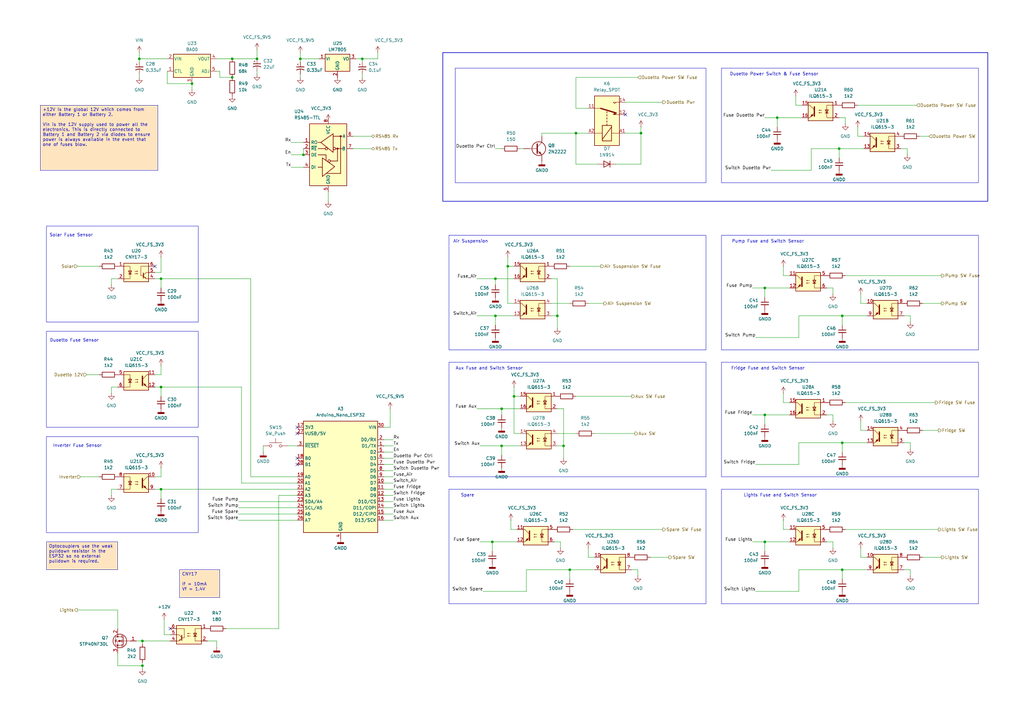
<source format=kicad_sch>
(kicad_sch (version 20250114) (generator "eeschema") (generator_version "9.0")
  (paper "A3")
  (rectangle (start 184.15 200.66) (end 289.56 247.65))
  (rectangle (start 181.61 21.59) (end 405.13 82.55) (stroke (width 0.254)))
  (rectangle (start 295.91 27.94) (end 401.32 74.93))
  (rectangle (start 295.91 148.59) (end 401.32 195.58))
  (rectangle (start 295.91 96.52) (end 401.32 143.51))
  (rectangle (start 186.69 27.94) (end 289.56 74.93))
  (rectangle (start 19.05 179.07) (end 81.28 218.44))
  (rectangle (start 19.05 135.89) (end 81.28 175.26))
  (rectangle (start 295.91 200.66) (end 401.32 247.65))
  (rectangle (start 184.15 96.52) (end 289.56 143.51))
  (rectangle (start 184.15 148.59) (end 289.56 195.58))
  (rectangle (start 19.05 92.71) (end 81.28 132.08))
  (text "Spare" (at 191.77 203.2 0) (effects (font (size 1.27 1.27))))
  (text "Aux Fuse and Switch Sensor" (at 200.66 151.13 0) (effects (font (size 1.27 1.27))))
  (text "Fridge Fuse and Switch Sensor" (at 314.96 151.13 0) (effects (font (size 1.27 1.27))))
  (text "Solar Fuse Sensor" (at 29.21 96.52 0) (effects (font (size 1.27 1.27))))
  (text "Inverter Fuse Sensor" (at 31.75 182.88 0) (effects (font (size 1.27 1.27))))
  (text "Pump Fuse and Switch Sensor" (at 314.96 99.06 0) (effects (font (size 1.27 1.27))))
  (text "Air Suspension" (at 193.04 99.06 0) (effects (font (size 1.27 1.27))))
  (text "Lights Fuse and Switch Sensor" (at 320.04 203.2 0) (effects (font (size 1.27 1.27))))
  (text "Duoetto Power Switch & Fuse Sensor" (at 317.5 30.48 0) (effects (font (size 1.27 1.27))))
  (text "Duoetto Fuse Sensor" (at 30.48 139.7 0) (effects (font (size 1.27 1.27))))
  (text_box "CNY17\n\nIf = 10mA\nVf = 1.4V" (at 73.66 233.68 0) (size 16.51 11.43) (margins 0.9525 0.9525 0.9525 0.9525) (fill (type color) (color 255 229 191 1)) (effects (font (size 1.27 1.27)) (justify left top)))
  (text_box "+12V is the global 12V which comes from either Battery 1 or Battery 2.\n\nVin is the 12V supply used to power all the electronics. This is directly connected to Battery 1 and Battery 2 via diodes to ensure power is always available in the event that one of fuses blow." (at 16.51 43.18 0) (size 48.26 26.67) (margins 0.9525 0.9525 0.9525 0.9525) (fill (type color) (color 255 229 191 1)) (effects (font (size 1.27 1.27)) (justify left top)))
  (text_box "Optocouplers use the weak pulldown resistor in the ESP32 so no external pulldown is required." (at 19.05 222.25 0) (size 29.21 11.43) (margins 0.9525 0.9525 0.9525 0.9525) (fill (type color) (color 255 229 191 1)) (effects (font (size 1.27 1.27)) (justify left top)))
  (junction (at 57.15 24.13))
  (junction (at 228.6 129.54))
  (junction (at 344.17 60.96))
  (junction (at 78.74 34.29))
  (junction (at 345.44 181.61))
  (junction (at 66.04 158.75))
  (junction (at 318.77 48.26))
  (junction (at 205.74 167.64))
  (junction (at 233.68 233.68))
  (junction (at 95.25 31.75))
  (junction (at 58.42 273.05))
  (junction (at 123.19 24.13))
  (junction (at 95.25 24.13))
  (junction (at 313.69 170.18))
  (junction (at 231.14 182.88))
  (junction (at 124.46 63.5))
  (junction (at 203.2 129.54))
  (junction (at 105.41 24.13))
  (junction (at 345.44 233.68))
  (junction (at 313.69 118.11))
  (junction (at 345.44 129.54))
  (junction (at 236.22 54.61))
  (junction (at 262.89 54.61))
  (junction (at 58.42 262.89))
  (junction (at 210.82 162.56))
  (junction (at 203.2 114.3))
  (junction (at 148.59 24.13))
  (junction (at 313.69 222.25))
  (junction (at 201.93 222.25))
  (junction (at 208.28 109.22))
  (junction (at 66.04 114.3))
  (junction (at 205.74 182.88))
  (junction (at 66.04 200.66))
  (no_connect (at 256.54 46.99))
  (no_connect (at 63.5 109.22))
  (no_connect (at 121.92 177.8))
  (no_connect (at 121.92 187.96))
  (no_connect (at 121.92 175.26))
  (no_connect (at 69.85 257.81))
  (no_connect (at 121.92 190.5))
  (wire (pts (xy 161.29 205.74) (xy 157.48 205.74)))
  (wire (pts (xy 351.79 43.18) (xy 375.92 43.18)))
  (wire (pts (xy 97.79 208.28) (xy 121.92 208.28)))
  (wire (pts (xy 332.74 60.96) (xy 332.74 69.85)))
  (wire (pts (xy 215.9 233.68) (xy 215.9 242.57)))
  (wire (pts (xy 161.29 187.96) (xy 157.48 187.96)))
  (wire (pts (xy 210.82 158.75) (xy 210.82 162.56)))
  (wire (pts (xy 58.42 271.78) (xy 58.42 273.05)))
  (wire (pts (xy 233.68 237.49) (xy 233.68 233.68)))
  (wire (pts (xy 161.29 182.88) (xy 157.48 182.88)))
  (wire (pts (xy 327.66 233.68) (xy 327.66 242.57)))
  (wire (pts (xy 66.04 149.86) (xy 66.04 153.67)))
  (wire (pts (xy 210.82 162.56) (xy 213.36 162.56)))
  (wire (pts (xy 226.06 114.3) (xy 228.6 114.3)))
  (wire (pts (xy 313.69 226.06) (xy 313.69 222.25)))
  (wire (pts (xy 161.29 200.66) (xy 157.48 200.66)))
  (wire (pts (xy 228.6 177.8) (xy 236.22 177.8)))
  (wire (pts (xy 57.15 24.13) (xy 68.58 24.13)))
  (wire (pts (xy 351.79 52.07) (xy 351.79 55.88)))
  (wire (pts (xy 97.79 210.82) (xy 121.92 210.82)))
  (wire (pts (xy 378.46 124.46) (xy 386.08 124.46)))
  (wire (pts (xy 124.46 60.96) (xy 124.46 63.5)))
  (wire (pts (xy 259.08 233.68) (xy 261.62 233.68)))
  (wire (pts (xy 228.6 182.88) (xy 231.14 182.88)))
  (wire (pts (xy 236.22 162.56) (xy 259.08 162.56)))
  (wire (pts (xy 57.15 30.48) (xy 57.15 31.75)))
  (wire (pts (xy 99.06 198.12) (xy 99.06 158.75)))
  (wire (pts (xy 233.68 233.68) (xy 243.84 233.68)))
  (wire (pts (xy 203.2 129.54) (xy 203.2 133.35)))
  (wire (pts (xy 45.72 114.3) (xy 45.72 116.84)))
  (wire (pts (xy 66.04 200.66) (xy 63.5 200.66)))
  (wire (pts (xy 196.85 222.25) (xy 201.93 222.25)))
  (wire (pts (xy 205.74 170.18) (xy 205.74 167.64)))
  (wire (pts (xy 236.22 31.75) (xy 236.22 44.45)))
  (wire (pts (xy 58.42 274.32) (xy 58.42 273.05)))
  (wire (pts (xy 195.58 129.54) (xy 203.2 129.54)))
  (wire (pts (xy 66.04 114.3) (xy 63.5 114.3)))
  (wire (pts (xy 35.56 153.67) (xy 40.64 153.67)))
  (wire (pts (xy 341.63 222.25) (xy 341.63 224.79)))
  (wire (pts (xy 215.9 233.68) (xy 233.68 233.68)))
  (wire (pts (xy 123.19 24.13) (xy 130.81 24.13)))
  (wire (pts (xy 344.17 48.26) (xy 346.71 48.26)))
  (wire (pts (xy 66.04 200.66) (xy 66.04 204.47)))
  (wire (pts (xy 58.42 264.16) (xy 58.42 262.89)))
  (wire (pts (xy 107.95 182.88) (xy 107.95 185.42)))
  (wire (pts (xy 228.6 114.3) (xy 228.6 129.54)))
  (wire (pts (xy 146.05 24.13) (xy 148.59 24.13)))
  (wire (pts (xy 57.15 21.59) (xy 57.15 24.13)))
  (wire (pts (xy 345.44 129.54) (xy 355.6 129.54)))
  (wire (pts (xy 88.9 265.43) (xy 88.9 262.89)))
  (wire (pts (xy 236.22 54.61) (xy 236.22 67.31)))
  (wire (pts (xy 68.58 29.21) (xy 68.58 34.29)))
  (wire (pts (xy 313.69 121.92) (xy 313.69 118.11)))
  (wire (pts (xy 161.29 203.2) (xy 157.48 203.2)))
  (wire (pts (xy 105.41 29.21) (xy 105.41 30.48)))
  (wire (pts (xy 154.94 24.13) (xy 154.94 21.59)))
  (wire (pts (xy 339.09 222.25) (xy 341.63 222.25)))
  (wire (pts (xy 209.55 213.36) (xy 209.55 217.17)))
  (wire (pts (xy 78.74 36.83) (xy 78.74 34.29)))
  (wire (pts (xy 327.66 129.54) (xy 345.44 129.54)))
  (wire (pts (xy 327.66 242.57) (xy 309.88 242.57)))
  (wire (pts (xy 344.17 60.96) (xy 354.33 60.96)))
  (wire (pts (xy 160.02 175.26) (xy 157.48 175.26)))
  (wire (pts (xy 66.04 158.75) (xy 99.06 158.75)))
  (wire (pts (xy 99.06 198.12) (xy 121.92 198.12)))
  (wire (pts (xy 353.06 124.46) (xy 355.6 124.46)))
  (wire (pts (xy 48.26 200.66) (xy 45.72 200.66)))
  (wire (pts (xy 260.35 177.8) (xy 243.84 177.8)))
  (wire (pts (xy 45.72 200.66) (xy 45.72 203.2)))
  (wire (pts (xy 201.93 222.25) (xy 212.09 222.25)))
  (wire (pts (xy 341.63 170.18) (xy 341.63 172.72)))
  (wire (pts (xy 241.3 224.79) (xy 241.3 228.6)))
  (wire (pts (xy 326.39 39.37) (xy 326.39 43.18)))
  (wire (pts (xy 346.71 48.26) (xy 346.71 50.8)))
  (wire (pts (xy 321.31 161.29) (xy 321.31 165.1)))
  (wire (pts (xy 48.26 158.75) (xy 45.72 158.75)))
  (wire (pts (xy 88.9 24.13) (xy 95.25 24.13)))
  (wire (pts (xy 222.25 54.61) (xy 236.22 54.61)))
  (wire (pts (xy 88.9 262.89) (xy 85.09 262.89)))
  (wire (pts (xy 161.29 190.5) (xy 157.48 190.5)))
  (wire (pts (xy 227.33 222.25) (xy 229.87 222.25)))
  (wire (pts (xy 66.04 118.11) (xy 66.04 114.3)))
  (wire (pts (xy 262.89 54.61) (xy 262.89 67.31)))
  (wire (pts (xy 67.31 260.35) (xy 69.85 260.35)))
  (wire (pts (xy 321.31 109.22) (xy 321.31 113.03)))
  (wire (pts (xy 161.29 208.28) (xy 157.48 208.28)))
  (wire (pts (xy 313.69 48.26) (xy 318.77 48.26)))
  (wire (pts (xy 121.92 203.2) (xy 114.3 203.2)))
  (wire (pts (xy 201.93 226.06) (xy 201.93 222.25)))
  (wire (pts (xy 66.04 153.67) (xy 63.5 153.67)))
  (wire (pts (xy 123.19 25.4) (xy 123.19 24.13)))
  (wire (pts (xy 209.55 217.17) (xy 212.09 217.17)))
  (wire (pts (xy 341.63 118.11) (xy 341.63 120.65)))
  (wire (pts (xy 205.74 60.96) (xy 203.2 60.96)))
  (wire (pts (xy 148.59 25.4) (xy 148.59 24.13)))
  (wire (pts (xy 231.14 167.64) (xy 231.14 182.88)))
  (wire (pts (xy 266.7 228.6) (xy 274.32 228.6)))
  (wire (pts (xy 66.04 111.76) (xy 63.5 111.76)))
  (wire (pts (xy 33.02 195.58) (xy 40.64 195.58)))
  (wire (pts (xy 144.78 55.88) (xy 152.4 55.88)))
  (wire (pts (xy 241.3 228.6) (xy 243.84 228.6)))
  (wire (pts (xy 346.71 165.1) (xy 383.54 165.1)))
  (wire (pts (xy 195.58 167.64) (xy 205.74 167.64)))
  (wire (pts (xy 321.31 165.1) (xy 323.85 165.1)))
  (wire (pts (xy 241.3 124.46) (xy 247.65 124.46)))
  (wire (pts (xy 123.19 21.59) (xy 123.19 24.13)))
  (wire (pts (xy 378.46 228.6) (xy 386.08 228.6)))
  (wire (pts (xy 67.31 254) (xy 67.31 260.35)))
  (wire (pts (xy 161.29 195.58) (xy 157.48 195.58)))
  (wire (pts (xy 228.6 167.64) (xy 231.14 167.64)))
  (wire (pts (xy 313.69 222.25) (xy 323.85 222.25)))
  (wire (pts (xy 114.3 203.2) (xy 114.3 257.81)))
  (wire (pts (xy 339.09 170.18) (xy 341.63 170.18)))
  (wire (pts (xy 66.04 162.56) (xy 66.04 158.75)))
  (wire (pts (xy 236.22 54.61) (xy 241.3 54.61)))
  (wire (pts (xy 261.62 233.68) (xy 261.62 236.22)))
  (wire (pts (xy 313.69 173.99) (xy 313.69 170.18)))
  (wire (pts (xy 345.44 233.68) (xy 355.6 233.68)))
  (wire (pts (xy 236.22 67.31) (xy 245.11 67.31)))
  (wire (pts (xy 134.62 48.26) (xy 134.62 49.53)))
  (wire (pts (xy 208.28 109.22) (xy 210.82 109.22)))
  (wire (pts (xy 48.26 267.97) (xy 48.26 273.05)))
  (wire (pts (xy 97.79 213.36) (xy 121.92 213.36)))
  (wire (pts (xy 205.74 167.64) (xy 213.36 167.64)))
  (wire (pts (xy 118.11 182.88) (xy 121.92 182.88)))
  (wire (pts (xy 256.54 41.91) (xy 271.78 41.91)))
  (wire (pts (xy 339.09 118.11) (xy 341.63 118.11)))
  (wire (pts (xy 378.46 176.53) (xy 384.81 176.53)))
  (wire (pts (xy 203.2 116.84) (xy 203.2 114.3)))
  (wire (pts (xy 48.26 250.19) (xy 48.26 257.81)))
  (wire (pts (xy 318.77 48.26) (xy 328.93 48.26)))
  (wire (pts (xy 345.44 181.61) (xy 355.6 181.61)))
  (wire (pts (xy 370.84 181.61) (xy 373.38 181.61)))
  (wire (pts (xy 231.14 182.88) (xy 231.14 187.96)))
  (wire (pts (xy 134.62 78.74) (xy 134.62 82.55)))
  (wire (pts (xy 196.85 182.88) (xy 205.74 182.88)))
  (wire (pts (xy 102.87 195.58) (xy 121.92 195.58)))
  (wire (pts (xy 144.78 60.96) (xy 152.4 60.96)))
  (wire (pts (xy 208.28 105.41) (xy 208.28 109.22)))
  (wire (pts (xy 226.06 124.46) (xy 233.68 124.46)))
  (wire (pts (xy 123.19 30.48) (xy 123.19 31.75)))
  (wire (pts (xy 157.48 198.12) (xy 161.29 198.12)))
  (wire (pts (xy 95.25 24.13) (xy 105.41 24.13)))
  (wire (pts (xy 327.66 181.61) (xy 327.66 190.5)))
  (wire (pts (xy 346.71 217.17) (xy 384.81 217.17)))
  (wire (pts (xy 327.66 233.68) (xy 345.44 233.68)))
  (wire (pts (xy 345.44 185.42) (xy 345.44 181.61)))
  (wire (pts (xy 124.46 63.5) (xy 119.38 63.5)))
  (wire (pts (xy 222.25 54.61) (xy 222.25 55.88)))
  (wire (pts (xy 210.82 162.56) (xy 210.82 177.8)))
  (wire (pts (xy 327.66 190.5) (xy 309.88 190.5)))
  (wire (pts (xy 370.84 233.68) (xy 373.38 233.68)))
  (wire (pts (xy 90.17 31.75) (xy 90.17 29.21)))
  (wire (pts (xy 262.89 67.31) (xy 252.73 67.31)))
  (wire (pts (xy 57.15 25.4) (xy 57.15 24.13)))
  (wire (pts (xy 195.58 114.3) (xy 203.2 114.3)))
  (wire (pts (xy 327.66 129.54) (xy 327.66 138.43)))
  (wire (pts (xy 321.31 113.03) (xy 323.85 113.03)))
  (wire (pts (xy 226.06 129.54) (xy 228.6 129.54)))
  (wire (pts (xy 256.54 54.61) (xy 262.89 54.61)))
  (wire (pts (xy 45.72 158.75) (xy 45.72 161.29)))
  (wire (pts (xy 205.74 182.88) (xy 205.74 186.69)))
  (wire (pts (xy 203.2 114.3) (xy 210.82 114.3)))
  (wire (pts (xy 161.29 193.04) (xy 157.48 193.04)))
  (wire (pts (xy 161.29 180.34) (xy 157.48 180.34)))
  (wire (pts (xy 321.31 217.17) (xy 323.85 217.17)))
  (wire (pts (xy 332.74 60.96) (xy 344.17 60.96)))
  (wire (pts (xy 327.66 138.43) (xy 309.88 138.43)))
  (wire (pts (xy 353.06 172.72) (xy 353.06 176.53)))
  (wire (pts (xy 233.68 109.22) (xy 246.38 109.22)))
  (wire (pts (xy 344.17 64.77) (xy 344.17 60.96)))
  (wire (pts (xy 313.69 118.11) (xy 323.85 118.11)))
  (wire (pts (xy 48.26 114.3) (xy 45.72 114.3)))
  (wire (pts (xy 345.44 237.49) (xy 345.44 233.68)))
  (wire (pts (xy 66.04 105.41) (xy 66.04 111.76)))
  (wire (pts (xy 124.46 58.42) (xy 119.38 58.42)))
  (wire (pts (xy 377.19 55.88) (xy 381 55.88)))
  (wire (pts (xy 66.04 191.77) (xy 66.04 195.58)))
  (wire (pts (xy 90.17 29.21) (xy 88.9 29.21)))
  (wire (pts (xy 353.06 228.6) (xy 355.6 228.6)))
  (wire (pts (xy 261.62 31.75) (xy 236.22 31.75)))
  (wire (pts (xy 55.88 262.89) (xy 58.42 262.89)))
  (wire (pts (xy 353.06 120.65) (xy 353.06 124.46)))
  (wire (pts (xy 205.74 182.88) (xy 213.36 182.88)))
  (wire (pts (xy 351.79 55.88) (xy 354.33 55.88)))
  (wire (pts (xy 228.6 129.54) (xy 228.6 134.62)))
  (wire (pts (xy 234.95 217.17) (xy 271.78 217.17)))
  (wire (pts (xy 161.29 185.42) (xy 157.48 185.42)))
  (wire (pts (xy 346.71 113.03) (xy 386.08 113.03)))
  (wire (pts (xy 148.59 30.48) (xy 148.59 31.75)))
  (wire (pts (xy 345.44 133.35) (xy 345.44 129.54)))
  (wire (pts (xy 161.29 213.36) (xy 157.48 213.36)))
  (wire (pts (xy 373.38 129.54) (xy 373.38 132.08)))
  (wire (pts (xy 102.87 195.58) (xy 102.87 114.3)))
  (wire (pts (xy 308.61 170.18) (xy 313.69 170.18)))
  (wire (pts (xy 373.38 233.68) (xy 373.38 236.22)))
  (wire (pts (xy 326.39 43.18) (xy 328.93 43.18)))
  (wire (pts (xy 327.66 181.61) (xy 345.44 181.61)))
  (wire (pts (xy 210.82 177.8) (xy 213.36 177.8)))
  (wire (pts (xy 373.38 181.61) (xy 373.38 184.15)))
  (wire (pts (xy 208.28 124.46) (xy 210.82 124.46)))
  (wire (pts (xy 215.9 242.57) (xy 198.12 242.57)))
  (wire (pts (xy 95.25 31.75) (xy 90.17 31.75)))
  (wire (pts (xy 318.77 52.07) (xy 318.77 48.26)))
  (wire (pts (xy 97.79 205.74) (xy 121.92 205.74)))
  (wire (pts (xy 308.61 222.25) (xy 313.69 222.25)))
  (wire (pts (xy 353.06 224.79) (xy 353.06 228.6)))
  (wire (pts (xy 48.26 273.05) (xy 58.42 273.05)))
  (wire (pts (xy 372.11 60.96) (xy 372.11 63.5)))
  (wire (pts (xy 124.46 68.58) (xy 119.38 68.58)))
  (wire (pts (xy 229.87 222.25) (xy 229.87 224.79)))
  (wire (pts (xy 369.57 60.96) (xy 372.11 60.96)))
  (wire (pts (xy 31.75 109.22) (xy 40.64 109.22)))
  (wire (pts (xy 58.42 262.89) (xy 69.85 262.89)))
  (wire (pts (xy 313.69 170.18) (xy 323.85 170.18)))
  (wire (pts (xy 105.41 20.32) (xy 105.41 24.13)))
  (wire (pts (xy 353.06 176.53) (xy 355.6 176.53)))
  (wire (pts (xy 48.26 250.19) (xy 31.75 250.19)))
  (wire (pts (xy 332.74 69.85) (xy 316.23 69.85)))
  (wire (pts (xy 262.89 52.07) (xy 262.89 54.61)))
  (wire (pts (xy 148.59 24.13) (xy 154.94 24.13)))
  (wire (pts (xy 208.28 109.22) (xy 208.28 124.46)))
  (wire (pts (xy 68.58 34.29) (xy 78.74 34.29)))
  (wire (pts (xy 321.31 213.36) (xy 321.31 217.17)))
  (wire (pts (xy 161.29 210.82) (xy 157.48 210.82)))
  (wire (pts (xy 66.04 195.58) (xy 63.5 195.58)))
  (wire (pts (xy 214.63 60.96) (xy 213.36 60.96)))
  (wire (pts (xy 102.87 114.3) (xy 66.04 114.3)))
  (wire (pts (xy 66.04 200.66) (xy 121.92 200.66)))
  (wire (pts (xy 203.2 129.54) (xy 210.82 129.54)))
  (wire (pts (xy 308.61 118.11) (xy 313.69 118.11)))
  (wire (pts (xy 92.71 257.81) (xy 114.3 257.81)))
  (wire (pts (xy 241.3 44.45) (xy 236.22 44.45)))
  (wire (pts (xy 160.02 167.64) (xy 160.02 175.26)))
  (wire (pts (xy 370.84 129.54) (xy 373.38 129.54)))
  (wire (pts (xy 66.04 158.75) (xy 63.5 158.75)))
  (label "Switch Lights" (at 161.29 208.28 0))
  (label "Switch Pump" (at 309.88 138.43 180))
  (label "Switch Fridge" (at 161.29 203.2 0))
  (label "Switch Lights" (at 309.88 242.57 180))
  (label "Fuse Spare" (at 97.79 210.82 180))
  (label "Fuse Duoetto Pwr" (at 313.69 48.26 180))
  (label "Switch_Air" (at 161.29 198.12 0))
  (label "Fuse Aux" (at 161.29 210.82 0))
  (label "Switch Duoetto Pwr" (at 316.23 69.85 180))
  (label "En" (at 119.38 63.5 180))
  (label "Fuse_Air" (at 161.29 195.58 0))
  (label "Switch Duoetto Pwr" (at 161.29 193.04 0))
  (label "Duoetto Pwr Ctrl" (at 203.2 60.96 180))
  (label "Fuse Lights" (at 161.29 205.74 0))
  (label "Tx" (at 161.29 182.88 0))
  (label "Switch Aux" (at 161.29 213.36 0))
  (label "Fuse Fridge" (at 308.61 170.18 180))
  (label "Switch Fridge" (at 309.88 190.5 180))
  (label "Fuse Duoetto Pwr" (at 161.29 190.5 0))
  (label "Rx" (at 161.29 180.34 0))
  (label "Switch Pump" (at 97.79 208.28 180))
  (label "Fuse Aux" (at 195.58 167.64 180))
  (label "Rx" (at 119.38 58.42 180))
  (label "Fuse Pump" (at 97.79 205.74 180))
  (label "Fuse Fridge" (at 161.29 200.66 0))
  (label "Tx" (at 119.38 68.58 180))
  (label "Fuse Lights" (at 308.61 222.25 180))
  (label "Fuse Spare" (at 196.85 222.25 180))
  (label "Switch Spare" (at 97.79 213.36 180))
  (label "Switch Spare" (at 198.12 242.57 180))
  (label "Duoetto Pwr Ctrl" (at 161.29 187.96 0))
  (label "Switch Aux" (at 196.85 182.88 180))
  (label "En" (at 161.29 185.42 0))
  (label "Switch_Air" (at 195.58 129.54 180))
  (label "Fuse Pump" (at 308.61 118.11 180))
  (label "Fuse_Air" (at 195.58 114.3 180))
  (hierarchical_label "Duoetto Power SW Fuse" (shape input) (at 375.92 43.18 0))
  (hierarchical_label "Air Suspension SW Fuse" (shape output) (at 246.38 109.22 0))
  (hierarchical_label "Fridge SW Fuse" (shape output) (at 383.54 165.1 0))
  (hierarchical_label "Spare SW" (shape output) (at 274.32 228.6 0))
  (hierarchical_label "RS485 Rx" (shape bidirectional) (at 152.4 55.88 0))
  (hierarchical_label "Fridge SW" (shape output) (at 384.81 176.53 0))
  (hierarchical_label "Duoetto 12V" (shape input) (at 35.56 153.67 180))
  (hierarchical_label "Pump SW Fuse" (shape output) (at 386.08 113.03 0))
  (hierarchical_label "Lights SW" (shape output) (at 386.08 228.6 0))
  (hierarchical_label "Air Suspension SW" (shape output) (at 247.65 124.46 0))
  (hierarchical_label "Aux SW Fuse" (shape output) (at 259.08 162.56 0))
  (hierarchical_label "Duoetto Pwr" (shape output) (at 271.78 41.91 0))
  (hierarchical_label "Spare SW Fuse" (shape output) (at 271.78 217.17 0))
  (hierarchical_label "Lights SW Fuse" (shape output) (at 384.81 217.17 0))
  (hierarchical_label "Aux SW" (shape output) (at 260.35 177.8 0))
  (hierarchical_label "RS485 Tx" (shape bidirectional) (at 152.4 60.96 0))
  (hierarchical_label "Pump SW" (shape output) (at 386.08 124.46 0))
  (hierarchical_label "Duoetto Power SW" (shape input) (at 381 55.88 0))
  (hierarchical_label "Duoetto Power SW Fuse" (shape input) (at 261.62 31.75 0))
  (hierarchical_label "Lights" (shape output) (at 31.75 250.19 180))
  (hierarchical_label "Inverter" (shape input) (at 33.02 195.58 180))
  (hierarchical_label "Solar" (shape input) (at 31.75 109.22 180))
  (symbol (lib_id "camper_van:ILQ615-3") (at 336.55 45.72 0) (mirror y) (unit 1)
    (property "Reference" "U21" (at 336.55 36.83 0))
    (property "Value" "ILQ615-3" (at 336.55 39.37 0))
    (property "Datasheet" "https://www.vishay.com/docs/83640/ild74.pdf" (effects (hide yes)))
    (property "Description" "Quad Optocoupler, NPN Phototransistor Output, TTL compatible, DIP16/SMD16" (effects (hide yes)))
  )
  (symbol (lib_id "power:GND") (at 105.41 30.48 0) (unit 1)
    (property "Reference" "#PWR0147" (effects (hide yes)))
    (property "Value" "GND" (at 105.41 35.56 0))
    (property "Description" "Power symbol creates a global label with name \"GND\" , ground" (effects (hide yes)))
  )
  (symbol (lib_id "Device:R") (at 347.98 43.18 90) (unit 1)
    (property "Reference" "R60" (at 347.98 36.83 90))
    (property "Value" "1k2" (at 347.98 39.37 90))
    (property "Description" "Resistor" (effects (hide yes)))
  )
  (symbol (lib_id "Switch:SW_Push") (at 113.03 182.88 0) (mirror y) (unit 1)
    (property "Reference" "SW15" (at 113.03 175.26 0))
    (property "Value" "SW_Push" (at 113.03 177.8 0))
    (property "Description" "Push button switch, generic, two pins" (effects (hide yes)))
  )
  (symbol (lib_id "power:GNDD") (at 222.25 66.04 0) (unit 1)
    (property "Reference" "#PWR0166" (effects (hide yes)))
    (property "Value" "GNDD" (at 222.25 69.85 0))
    (property "Description" "Power symbol creates a global label with name \"GNDD\" , digital ground" (effects (hide yes)))
  )
  (symbol (lib_id "power:GNDD") (at 203.2 121.92 0) (unit 1)
    (property "Reference" "#PWR0159" (effects (hide yes)))
    (property "Value" "GNDD" (at 203.2 125.73 0))
    (property "Description" "Power symbol creates a global label with name \"GNDD\" , digital ground" (effects (hide yes)))
  )
  (symbol (lib_id "Device:C_Small") (at 345.44 187.96 0) (mirror y) (unit 1)
    (property "Reference" "C47" (at 342.9 186.6962 0) (effects (justify left)))
    (property "Value" "100nF" (at 342.9 189.2362 0) (effects (justify left)))
    (property "Description" "Unpolarized capacitor, small symbol" (effects (hide yes)))
  )
  (symbol (lib_id "power:+5V") (at 353.06 224.79 0) (unit 1)
    (property "Reference" "#PWR0193" (effects (hide yes)))
    (property "Value" "VCC_FS_3V3" (at 351.79 219.71 0) (effects (justify left)))
    (property "Description" "Power symbol creates a global label with name \"+5V\"" (effects (hide yes)))
  )
  (symbol (lib_id "camper_van:ILQ615-3") (at 218.44 127 0) (mirror y) (unit 2)
    (property "Reference" "U26" (at 218.44 118.11 0))
    (property "Value" "ILQ615-3" (at 218.44 120.65 0))
    (property "Datasheet" "https://www.vishay.com/docs/83640/ild74.pdf" (effects (hide yes)))
    (property "Description" "Quad Optocoupler, NPN Phototransistor Output, TTL compatible, DIP16/SMD16" (effects (hide yes)))
  )
  (symbol (lib_id "power:GND") (at 373.38 132.08 0) (unit 1)
    (property "Reference" "#PWR0195" (effects (hide yes)))
    (property "Value" "GND" (at 373.38 137.16 0))
    (property "Description" "Power symbol creates a global label with name \"GND\" , ground" (effects (hide yes)))
  )
  (symbol (lib_id "power:GND") (at 341.63 172.72 0) (unit 1)
    (property "Reference" "#PWR0183" (effects (hide yes)))
    (property "Value" "GND" (at 341.63 177.8 0))
    (property "Description" "Power symbol creates a global label with name \"GND\" , ground" (effects (hide yes)))
  )
  (symbol (lib_id "power:GND") (at 45.72 116.84 0) (mirror y) (unit 1)
    (property "Reference" "#PWR0130" (effects (hide yes)))
    (property "Value" "GND" (at 45.72 121.92 0))
    (property "Description" "Power symbol creates a global label with name \"GND\" , ground" (effects (hide yes)))
  )
  (symbol (lib_id "Device:R") (at 374.65 228.6 90) (unit 1)
    (property "Reference" "R64" (at 374.65 222.25 90))
    (property "Value" "1k2" (at 374.65 224.79 90))
    (property "Description" "Resistor" (effects (hide yes)))
  )
  (symbol (lib_id "power:GNDD") (at 233.68 242.57 0) (unit 1)
    (property "Reference" "#PWR0170" (effects (hide yes)))
    (property "Value" "GNDD" (at 233.68 246.38 0))
    (property "Description" "Power symbol creates a global label with name \"GNDD\" , digital ground" (effects (hide yes)))
  )
  (symbol (lib_id "Regulator_Linear:LM7805_TO220") (at 138.43 24.13 0) (unit 1)
    (property "Reference" "U25" (at 138.43 17.78 0))
    (property "Value" "LM7805" (at 138.43 20.32 0))
    (property "Footprint" "Package_TO_SOT_THT:TO-220-3_Vertical" (effects (hide yes)))
    (property "Datasheet" "https://www.onsemi.cn/PowerSolutions/document/MC7800-D.PDF" (effects (hide yes)))
    (property "Description" "Positive 1A 35V Linear Regulator, Fixed Output 5V, TO-220" (effects (hide yes)))
  )
  (symbol (lib_id "Device:C_Small") (at 203.2 135.89 0) (mirror y) (unit 1)
    (property "Reference" "C37" (at 200.66 134.6262 0) (effects (justify left)))
    (property "Value" "100nF" (at 200.66 137.1662 0) (effects (justify left)))
    (property "Description" "Unpolarized capacitor, small symbol" (effects (hide yes)))
  )
  (symbol (lib_id "camper_van:ILQ615-3") (at 363.22 231.14 0) (mirror y) (unit 4)
    (property "Reference" "U28" (at 363.22 222.25 0))
    (property "Value" "ILQ615-3" (at 363.22 224.79 0))
    (property "Datasheet" "https://www.vishay.com/docs/83640/ild74.pdf" (effects (hide yes)))
    (property "Description" "Quad Optocoupler, NPN Phototransistor Output, TTL compatible, DIP16/SMD16" (effects (hide yes)))
  )
  (symbol (lib_id "power:GND") (at 229.87 224.79 0) (unit 1)
    (property "Reference" "#PWR0168" (effects (hide yes)))
    (property "Value" "GND" (at 229.87 229.87 0))
    (property "Description" "Power symbol creates a global label with name \"GND\" , ground" (effects (hide yes)))
  )
  (symbol (lib_id "Device:R") (at 237.49 124.46 90) (unit 1)
    (property "Reference" "R54" (at 237.49 118.11 90))
    (property "Value" "1k2" (at 237.49 120.65 90))
    (property "Description" "Resistor" (effects (hide yes)))
  )
  (symbol (lib_id "power:GNDD") (at 203.2 138.43 0) (unit 1)
    (property "Reference" "#PWR0160" (effects (hide yes)))
    (property "Value" "GNDD" (at 203.2 142.24 0))
    (property "Description" "Power symbol creates a global label with name \"GNDD\" , digital ground" (effects (hide yes)))
  )
  (symbol (lib_id "MCU_Module:Arduino_Nano_ESP32") (at 139.7 195.58 0) (mirror y) (unit 1)
    (property "Reference" "A3" (at 139.7 167.64 0))
    (property "Value" "Arduino_Nano_ESP32" (at 139.7 170.18 0))
    (property "Footprint" "Module:Arduino_Nano" (effects (hide yes)))
    (property "Datasheet" "https://docs.arduino.cc/resources/datasheets/ABX00083-datasheet.pdf" (effects (hide yes)))
    (property "Description" "Arduino Nano board based on the ESP32-S3 with a dual-core 240 MHz processor, 384 kB ROM, 512 kB SRAM. Operates at 3.3V, with 5V USB-C® input and 6-21V VIN. Features Wi-Fi®, Bluetooth® LE, digital and analog pins, and supports SPI, I2C, UART, I2S, and CAN." (effects (hide yes)))
  )
  (symbol (lib_id "power:GNDD") (at 66.04 209.55 0) (mirror y) (unit 1)
    (property "Reference" "#PWR0141" (effects (hide yes)))
    (property "Value" "GNDD" (at 66.04 213.36 0))
    (property "Description" "Power symbol creates a global label with name \"GNDD\" , digital ground" (effects (hide yes)))
  )
  (symbol (lib_id "power:GNDD") (at 88.9 265.43 0) (unit 1)
    (property "Reference" "#PWR0144" (effects (hide yes)))
    (property "Value" "GNDD" (at 88.9 269.24 0))
    (property "Description" "Power symbol creates a global label with name \"GNDD\" , digital ground" (effects (hide yes)))
  )
  (symbol (lib_id "Device:R") (at 342.9 165.1 90) (unit 1)
    (property "Reference" "R58" (at 342.9 158.75 90))
    (property "Value" "1k2" (at 342.9 161.29 90))
    (property "Description" "Resistor" (effects (hide yes)))
  )
  (symbol (lib_id "power:GNDD") (at 66.04 123.19 0) (mirror y) (unit 1)
    (property "Reference" "#PWR0137" (effects (hide yes)))
    (property "Value" "GNDD" (at 66.04 127 0))
    (property "Description" "Power symbol creates a global label with name \"GNDD\" , digital ground" (effects (hide yes)))
  )
  (symbol (lib_id "power:GNDD") (at 205.74 191.77 0) (unit 1)
    (property "Reference" "#PWR0162" (effects (hide yes)))
    (property "Value" "GNDD" (at 205.74 195.58 0))
    (property "Description" "Power symbol creates a global label with name \"GNDD\" , digital ground" (effects (hide yes)))
  )
  (symbol (lib_id "Device:C_Small") (at 233.68 240.03 0) (mirror y) (unit 1)
    (property "Reference" "C40" (at 231.14 238.7662 0) (effects (justify left)))
    (property "Value" "100nF" (at 231.14 241.3062 0) (effects (justify left)))
    (property "Description" "Unpolarized capacitor, small symbol" (effects (hide yes)))
  )
  (symbol (lib_id "power:+5V") (at 241.3 224.79 0) (unit 1)
    (property "Reference" "#PWR0171" (effects (hide yes)))
    (property "Value" "VCC_FS_3V3" (at 240.03 219.71 0) (effects (justify left)))
    (property "Description" "Power symbol creates a global label with name \"+5V\"" (effects (hide yes)))
  )
  (symbol (lib_id "power:GND") (at 148.59 31.75 0) (unit 1)
    (property "Reference" "#PWR0155" (effects (hide yes)))
    (property "Value" "GND" (at 148.59 36.83 0))
    (property "Description" "Power symbol creates a global label with name \"GND\" , ground" (effects (hide yes)))
  )
  (symbol (lib_id "Device:R") (at 95.25 35.56 0) (unit 1)
    (property "Reference" "R49" (at 97.79 34.2899 0) (effects (justify left)))
    (property "Value" "10k" (at 97.79 36.8299 0) (effects (justify left)))
    (property "Description" "Resistor" (effects (hide yes)))
  )
  (symbol (lib_id "Device:R") (at 374.65 124.46 90) (unit 1)
    (property "Reference" "R62" (at 374.65 118.11 90))
    (property "Value" "1k2" (at 374.65 120.65 90))
    (property "Description" "Resistor" (effects (hide yes)))
  )
  (symbol (lib_id "power:+5V") (at 321.31 109.22 0) (unit 1)
    (property "Reference" "#PWR0178" (effects (hide yes)))
    (property "Value" "VCC_FS_3V3" (at 320.04 104.14 0) (effects (justify left)))
    (property "Description" "Power symbol creates a global label with name \"+5V\"" (effects (hide yes)))
  )
  (symbol (lib_id "Device:C_Small") (at 345.44 240.03 0) (mirror y) (unit 1)
    (property "Reference" "C48" (at 342.9 238.7662 0) (effects (justify left)))
    (property "Value" "100nF" (at 342.9 241.3062 0) (effects (justify left)))
    (property "Description" "Unpolarized capacitor, small symbol" (effects (hide yes)))
  )
  (symbol (lib_id "power:GND") (at 57.15 31.75 0) (unit 1)
    (property "Reference" "#PWR0134" (effects (hide yes)))
    (property "Value" "GND" (at 57.15 36.83 0))
    (property "Description" "Power symbol creates a global label with name \"GND\" , ground" (effects (hide yes)))
  )
  (symbol (lib_id "power:GNDD") (at 344.17 69.85 0) (unit 1)
    (property "Reference" "#PWR0185" (effects (hide yes)))
    (property "Value" "GNDD" (at 344.17 73.66 0))
    (property "Description" "Power symbol creates a global label with name \"GNDD\" , digital ground" (effects (hide yes)))
  )
  (symbol (lib_id "power:+5V") (at 353.06 172.72 0) (unit 1)
    (property "Reference" "#PWR0192" (effects (hide yes)))
    (property "Value" "VCC_FS_3V3" (at 351.79 167.64 0) (effects (justify left)))
    (property "Description" "Power symbol creates a global label with name \"+5V\"" (effects (hide yes)))
  )
  (symbol (lib_id "Device:R") (at 374.65 176.53 90) (unit 1)
    (property "Reference" "R63" (at 374.65 170.18 90))
    (property "Value" "1k2" (at 374.65 172.72 90))
    (property "Description" "Resistor" (effects (hide yes)))
  )
  (symbol (lib_id "power:GNDD") (at 66.04 167.64 0) (mirror y) (unit 1)
    (property "Reference" "#PWR0139" (effects (hide yes)))
    (property "Value" "GNDD" (at 66.04 171.45 0))
    (property "Description" "Power symbol creates a global label with name \"GNDD\" , digital ground" (effects (hide yes)))
  )
  (symbol (lib_id "power:+5V") (at 321.31 213.36 0) (unit 1)
    (property "Reference" "#PWR0180" (effects (hide yes)))
    (property "Value" "VCC_FS_3V3" (at 320.04 208.28 0) (effects (justify left)))
    (property "Description" "Power symbol creates a global label with name \"+5V\"" (effects (hide yes)))
  )
  (symbol (lib_id "power:GND") (at 373.38 236.22 0) (unit 1)
    (property "Reference" "#PWR0197" (effects (hide yes)))
    (property "Value" "GND" (at 373.38 241.3 0))
    (property "Description" "Power symbol creates a global label with name \"GND\" , ground" (effects (hide yes)))
  )
  (symbol (lib_id "power:VCC") (at 160.02 167.64 0) (unit 1)
    (property "Reference" "#PWR0157" (effects (hide yes)))
    (property "Value" "VCC_FS_9V5" (at 160.02 162.56 0))
    (property "Description" "Power symbol creates a global label with name \"VCC\"" (effects (hide yes)))
  )
  (symbol (lib_id "Device:C_Small") (at 205.74 189.23 0) (mirror y) (unit 1)
    (property "Reference" "C39" (at 203.2 187.9662 0) (effects (justify left)))
    (property "Value" "100nF" (at 203.2 190.5062 0) (effects (justify left)))
    (property "Description" "Unpolarized capacitor, small symbol" (effects (hide yes)))
  )
  (symbol (lib_id "power:+5V") (at 210.82 158.75 0) (unit 1)
    (property "Reference" "#PWR0165" (effects (hide yes)))
    (property "Value" "VCC_FS_3V3" (at 209.55 153.67 0) (effects (justify left)))
    (property "Description" "Power symbol creates a global label with name \"+5V\"" (effects (hide yes)))
  )
  (symbol (lib_id "Isolator:CNY17-3") (at 55.88 111.76 0) (unit 1)
    (property "Reference" "U20" (at 55.88 102.87 0))
    (property "Value" "CNY17-3" (at 55.88 105.41 0))
    (property "Datasheet" "http://www.vishay.com/docs/83606/cny17.pdf" (effects (hide yes)))
    (property "Description" "DC Optocoupler Base Connected, Vce 70V, CTR 100-200%, Viso 5000V (RMS), DIP6" (effects (hide yes)))
  )
  (symbol (lib_id "Device:R") (at 229.87 109.22 90) (unit 1)
    (property "Reference" "R51" (at 229.87 102.87 90))
    (property "Value" "1k2" (at 229.87 105.41 90))
    (property "Description" "Resistor" (effects (hide yes)))
  )
  (symbol (lib_id "Device:C_Polarized_Small_US") (at 148.59 27.94 0) (unit 1)
    (property "Reference" "C34" (at 151.13 26.2381 0) (effects (justify left)))
    (property "Value" "0.1uF" (at 151.13 28.7781 0) (effects (justify left)))
    (property "Footprint" "Capacitor_THT:CP_Radial_Tantal_D5.0mm_P5.00mm" (effects (hide yes)))
    (property "Description" "Polarized capacitor, small US symbol" (effects (hide yes)))
  )
  (symbol (lib_id "power:+5V") (at 66.04 149.86 0) (mirror y) (unit 1)
    (property "Reference" "#PWR0138" (effects (hide yes)))
    (property "Value" "VCC_FS_3V3" (at 67.31 144.78 0) (effects (justify left)))
    (property "Description" "Power symbol creates a global label with name \"+5V\"" (effects (hide yes)))
  )
  (symbol (lib_id "Device:C_Small") (at 345.44 135.89 0) (mirror y) (unit 1)
    (property "Reference" "C46" (at 342.9 134.6262 0) (effects (justify left)))
    (property "Value" "100nF" (at 342.9 137.1662 0) (effects (justify left)))
    (property "Description" "Unpolarized capacitor, small symbol" (effects (hide yes)))
  )
  (symbol (lib_id "Device:R") (at 44.45 195.58 270) (mirror x) (unit 1)
    (property "Reference" "R45" (at 44.45 189.23 90))
    (property "Value" "1k2" (at 44.45 191.77 90))
    (property "Description" "Resistor" (effects (hide yes)))
  )
  (symbol (lib_id "power:GNDD") (at 313.69 127 0) (unit 1)
    (property "Reference" "#PWR0174" (effects (hide yes)))
    (property "Value" "GNDD" (at 313.69 130.81 0))
    (property "Description" "Power symbol creates a global label with name \"GNDD\" , digital ground" (effects (hide yes)))
  )
  (symbol (lib_id "camper_van:ILQ615-3") (at 218.44 111.76 0) (mirror y) (unit 1)
    (property "Reference" "U26" (at 218.44 102.87 0))
    (property "Value" "ILQ615-3" (at 218.44 105.41 0))
    (property "Datasheet" "https://www.vishay.com/docs/83640/ild74.pdf" (effects (hide yes)))
    (property "Description" "Quad Optocoupler, NPN Phototransistor Output, TTL compatible, DIP16/SMD16" (effects (hide yes)))
  )
  (symbol (lib_id "power:GNDD") (at 345.44 190.5 0) (unit 1)
    (property "Reference" "#PWR0187" (effects (hide yes)))
    (property "Value" "GNDD" (at 345.44 194.31 0))
    (property "Description" "Power symbol creates a global label with name \"GNDD\" , digital ground" (effects (hide yes)))
  )
  (symbol (lib_id "Device:R") (at 373.38 55.88 90) (unit 1)
    (property "Reference" "R61" (at 373.38 49.53 90))
    (property "Value" "1k2" (at 373.38 52.07 90))
    (property "Description" "Resistor" (effects (hide yes)))
  )
  (symbol (lib_id "power:+5V") (at 66.04 191.77 0) (mirror y) (unit 1)
    (property "Reference" "#PWR0140" (effects (hide yes)))
    (property "Value" "VCC_FS_3V3" (at 67.31 186.69 0) (effects (justify left)))
    (property "Description" "Power symbol creates a global label with name \"+5V\"" (effects (hide yes)))
  )
  (symbol (lib_id "power:GND") (at 231.14 187.96 0) (unit 1)
    (property "Reference" "#PWR0169" (effects (hide yes)))
    (property "Value" "GND" (at 231.14 193.04 0))
    (property "Description" "Power symbol creates a global label with name \"GND\" , ground" (effects (hide yes)))
  )
  (symbol (lib_id "camper_van:ILQ615-3") (at 219.71 219.71 0) (mirror y) (unit 3)
    (property "Reference" "U26" (at 219.71 210.82 0))
    (property "Value" "ILQ615-3" (at 219.71 213.36 0))
    (property "Datasheet" "https://www.vishay.com/docs/83640/ild74.pdf" (effects (hide yes)))
    (property "Description" "Quad Optocoupler, NPN Phototransistor Output, TTL compatible, DIP16/SMD16" (effects (hide yes)))
  )
  (symbol (lib_id "power:+5V") (at 208.28 105.41 0) (unit 1)
    (property "Reference" "#PWR0163" (effects (hide yes)))
    (property "Value" "VCC_FS_3V3" (at 207.01 100.33 0) (effects (justify left)))
    (property "Description" "Power symbol creates a global label with name \"+5V\"" (effects (hide yes)))
  )
  (symbol (lib_id "power:GNDD") (at 313.69 179.07 0) (unit 1)
    (property "Reference" "#PWR0175" (effects (hide yes)))
    (property "Value" "GNDD" (at 313.69 182.88 0))
    (property "Description" "Power symbol creates a global label with name \"GNDD\" , digital ground" (effects (hide yes)))
  )
  (symbol (lib_id "power:+5V") (at 326.39 39.37 0) (unit 1)
    (property "Reference" "#PWR0181" (effects (hide yes)))
    (property "Value" "VCC_FS_3V3" (at 325.12 34.29 0) (effects (justify left)))
    (property "Description" "Power symbol creates a global label with name \"+5V\"" (effects (hide yes)))
  )
  (symbol (lib_id "Device:C_Small") (at 318.77 54.61 0) (mirror y) (unit 1)
    (property "Reference" "C44" (at 316.23 53.3462 0) (effects (justify left)))
    (property "Value" "100nF" (at 316.23 55.8862 0) (effects (justify left)))
    (property "Description" "Unpolarized capacitor, small symbol" (effects (hide yes)))
  )
  (symbol (lib_id "Device:C_Small") (at 201.93 228.6 0) (mirror y) (unit 1)
    (property "Reference" "C35" (at 199.39 227.3362 0) (effects (justify left)))
    (property "Value" "100nF" (at 199.39 229.8762 0) (effects (justify left)))
    (property "Description" "Unpolarized capacitor, small symbol" (effects (hide yes)))
  )
  (symbol (lib_id "power:+12V") (at 67.31 254 0) (mirror y) (unit 1)
    (property "Reference" "#PWR0142" (effects (hide yes)))
    (property "Value" "+12V" (at 67.31 248.92 0))
    (property "Description" "Power symbol creates a global label with name \"+12V\"" (effects (hide yes)))
  )
  (symbol (lib_id "Device:R") (at 240.03 177.8 90) (unit 1)
    (property "Reference" "R55" (at 240.03 171.45 90))
    (property "Value" "1k2" (at 240.03 173.99 90))
    (property "Description" "Resistor" (effects (hide yes)))
  )
  (symbol (lib_id "Isolator:CNY17-3") (at 77.47 260.35 0) (mirror y) (unit 1)
    (property "Reference" "U22" (at 77.47 251.46 0))
    (property "Value" "CNY17-3" (at 77.47 254 0))
    (property "Datasheet" "http://www.vishay.com/docs/83606/cny17.pdf" (effects (hide yes)))
    (property "Description" "DC Optocoupler Base Connected, Vce 70V, CTR 100-200%, Viso 5000V (RMS), DIP6" (effects (hide yes)))
  )
  (symbol (lib_id "camper_van:ILQ615-3") (at 331.47 167.64 0) (mirror y) (unit 1)
    (property "Reference" "U28" (at 331.47 158.75 0))
    (property "Value" "ILQ615-3" (at 331.47 161.29 0))
    (property "Datasheet" "https://www.vishay.com/docs/83640/ild74.pdf" (effects (hide yes)))
    (property "Description" "Quad Optocoupler, NPN Phototransistor Output, TTL compatible, DIP16/SMD16" (effects (hide yes)))
  )
  (symbol (lib_id "power:GND") (at 138.43 31.75 0) (unit 1)
    (property "Reference" "#PWR0153" (effects (hide yes)))
    (property "Value" "GND" (at 138.43 36.83 0))
    (property "Description" "Power symbol creates a global label with name \"GND\" , ground" (effects (hide yes)))
  )
  (symbol (lib_id "Device:C_Small") (at 66.04 207.01 0) (unit 1)
    (property "Reference" "C31" (at 68.58 205.7462 0) (effects (justify left)))
    (property "Value" "100nF" (at 68.58 208.2862 0) (effects (justify left)))
    (property "Description" "Unpolarized capacitor, small symbol" (effects (hide yes)))
  )
  (symbol (lib_id "power:GND") (at 134.62 82.55 0) (mirror y) (unit 1)
    (property "Reference" "#PWR0152" (effects (hide yes)))
    (property "Value" "GND" (at 134.62 87.63 0))
    (property "Description" "Power symbol creates a global label with name \"GND\" , ground" (effects (hide yes)))
  )
  (symbol (lib_id "Device:C_Polarized_Small_US") (at 105.41 26.67 0) (unit 1)
    (property "Reference" "C32" (at 107.95 24.9681 0) (effects (justify left)))
    (property "Value" "22uF" (at 107.95 27.5081 0) (effects (justify left)))
    (property "Description" "Polarized capacitor, small US symbol" (effects (hide yes)))
  )
  (symbol (lib_id "Device:C_Polarized_Small_US") (at 57.15 27.94 0) (unit 1)
    (property "Reference" "C28" (at 59.69 26.2381 0) (effects (justify left)))
    (property "Value" "0.33uF" (at 59.69 28.7781 0) (effects (justify left)))
    (property "Description" "Polarized capacitor, small US symbol" (effects (hide yes)))
  )
  (symbol (lib_id "power:GND") (at 45.72 161.29 0) (mirror y) (unit 1)
    (property "Reference" "#PWR0131" (effects (hide yes)))
    (property "Value" "GND" (at 45.72 166.37 0))
    (property "Description" "Power symbol creates a global label with name \"GND\" , ground" (effects (hide yes)))
  )
  (symbol (lib_id "Device:R") (at 342.9 113.03 90) (unit 1)
    (property "Reference" "R57" (at 342.9 106.68 90))
    (property "Value" "1k2" (at 342.9 109.22 90))
    (property "Description" "Resistor" (effects (hide yes)))
  )
  (symbol (lib_id "power:+5V") (at 321.31 161.29 0) (unit 1)
    (property "Reference" "#PWR0179" (effects (hide yes)))
    (property "Value" "VCC_FS_3V3" (at 320.04 156.21 0) (effects (justify left)))
    (property "Description" "Power symbol creates a global label with name \"+5V\"" (effects (hide yes)))
  )
  (symbol (lib_id "Device:C_Small") (at 344.17 67.31 0) (mirror y) (unit 1)
    (property "Reference" "C45" (at 341.63 66.0462 0) (effects (justify left)))
    (property "Value" "100nF" (at 341.63 68.5862 0) (effects (justify left)))
    (property "Description" "Unpolarized capacitor, small symbol" (effects (hide yes)))
  )
  (symbol (lib_id "Device:R") (at 44.45 109.22 270) (mirror x) (unit 1)
    (property "Reference" "R43" (at 44.45 102.87 90))
    (property "Value" "1k2" (at 44.45 105.41 90))
    (property "Description" "Resistor" (effects (hide yes)))
  )
  (symbol (lib_id "power:GND") (at 123.19 31.75 0) (unit 1)
    (property "Reference" "#PWR0150" (effects (hide yes)))
    (property "Value" "GND" (at 123.19 36.83 0))
    (property "Description" "Power symbol creates a global label with name \"GND\" , ground" (effects (hide yes)))
  )
  (symbol (lib_id "power:GND") (at 373.38 184.15 0) (unit 1)
    (property "Reference" "#PWR0196" (effects (hide yes)))
    (property "Value" "GND" (at 373.38 189.23 0))
    (property "Description" "Power symbol creates a global label with name \"GND\" , ground" (effects (hide yes)))
  )
  (symbol (lib_id "power:GNDD") (at 345.44 242.57 0) (unit 1)
    (property "Reference" "#PWR0188" (effects (hide yes)))
    (property "Value" "GNDD" (at 345.44 246.38 0))
    (property "Description" "Power symbol creates a global label with name \"GNDD\" , digital ground" (effects (hide yes)))
  )
  (symbol (lib_id "Device:R") (at 209.55 60.96 90) (unit 1)
    (property "Reference" "R50" (at 209.55 54.61 90))
    (property "Value" "150" (at 209.55 57.15 90))
    (property "Footprint" "Resistor_THT:R_Axial_DIN0207_L6.3mm_D2.5mm_P10.16mm_Horizontal" (effects (hide yes)))
    (property "Description" "Resistor" (effects (hide yes)))
  )
  (symbol (lib_id "power:GNDD") (at 345.44 138.43 0) (unit 1)
    (property "Reference" "#PWR0186" (effects (hide yes)))
    (property "Value" "GNDD" (at 345.44 142.24 0))
    (property "Description" "Power symbol creates a global label with name \"GNDD\" , digital ground" (effects (hide yes)))
  )
  (symbol (lib_id "power:+5V") (at 154.94 21.59 0) (unit 1)
    (property "Reference" "#PWR0156" (effects (hide yes)))
    (property "Value" "VCC_FS_3V3" (at 153.67 16.51 0) (effects (justify left)))
    (property "Description" "Power symbol creates a global label with name \"+5V\"" (effects (hide yes)))
  )
  (symbol (lib_id "Device:R") (at 95.25 27.94 0) (unit 1)
    (property "Reference" "R48" (at 97.79 26.6699 0) (effects (justify left)))
    (property "Value" "68k" (at 97.79 29.2099 0) (effects (justify left)))
    (property "Description" "Resistor" (effects (hide yes)))
  )
  (symbol (lib_id "camper_van:ILQ615-3") (at 251.46 231.14 0) (mirror y) (unit 4)
    (property "Reference" "U26" (at 251.46 222.25 0))
    (property "Value" "ILQ615-3" (at 251.46 224.79 0))
    (property "Datasheet" "https://www.vishay.com/docs/83640/ild74.pdf" (effects (hide yes)))
    (property "Description" "Quad Optocoupler, NPN Phototransistor Output, TTL compatible, DIP16/SMD16" (effects (hide yes)))
  )
  (symbol (lib_id "power:GND") (at 346.71 50.8 0) (unit 1)
    (property "Reference" "#PWR0189" (effects (hide yes)))
    (property "Value" "GND" (at 346.71 55.88 0))
    (property "Description" "Power symbol creates a global label with name \"GND\" , ground" (effects (hide yes)))
  )
  (symbol (lib_id "power:GND") (at 261.62 236.22 0) (unit 1)
    (property "Reference" "#PWR0172" (effects (hide yes)))
    (property "Value" "GND" (at 261.62 241.3 0))
    (property "Description" "Power symbol creates a global label with name \"GND\" , ground" (effects (hide yes)))
  )
  (symbol (lib_id "power:+5V") (at 353.06 120.65 0) (unit 1)
    (property "Reference" "#PWR0191" (effects (hide yes)))
    (property "Value" "VCC_FS_3V3" (at 351.79 115.57 0) (effects (justify left)))
    (property "Description" "Power symbol creates a global label with name \"+5V\"" (effects (hide yes)))
  )
  (symbol (lib_id "power:GNDD") (at 139.7 220.98 0) (mirror y) (unit 1)
    (property "Reference" "#PWR0154" (effects (hide yes)))
    (property "Value" "GNDD" (at 139.7 224.79 0))
    (property "Description" "Power symbol creates a global label with name \"GNDD\" , digital ground" (effects (hide yes)))
  )
  (symbol (lib_id "camper_van:ILQ615-3") (at 55.88 156.21 0) (unit 3)
    (property "Reference" "U21" (at 55.88 147.32 0))
    (property "Value" "ILQ615-3" (at 55.88 149.86 0))
    (property "Datasheet" "https://www.vishay.com/docs/83640/ild74.pdf" (effects (hide yes)))
    (property "Description" "Quad Optocoupler, NPN Phototransistor Output, TTL compatible, DIP16/SMD16" (effects (hide yes)))
  )
  (symbol (lib_id "power:GNDD") (at 318.77 57.15 0) (unit 1)
    (property "Reference" "#PWR0177" (effects (hide yes)))
    (property "Value" "GNDD" (at 318.77 60.96 0))
    (property "Description" "Power symbol creates a global label with name \"GNDD\" , digital ground" (effects (hide yes)))
  )
  (symbol (lib_id "Interface_UART:ISL3178E") (at 134.62 63.5 0) (unit 1)
    (property "Reference" "U24" (at 120.65 45.72 0) (effects (justify left)))
    (property "Value" "RS485-TTL" (at 120.65 48.26 0) (effects (justify left)))
    (property "Footprint" "Package_SO:SOIC-8_3.9x4.9mm_P1.27mm" (effects (hide yes)))
    (property "Datasheet" "https://www.renesas.com/en/document/dst/isl3170e-isl3171e-isl3172e-isl3173e-isl3174e-isl3175e-isl3176e-isl3177e-isl3178e-datasheet" (effects (hide yes)))
    (property "Description" "20Mbps, 3.3V RS-485 transceiver, ±15-kV IEC ESD protection, -7V..+12V common mode voltage, SO-8" (effects (hide yes)))
  )
  (symbol (lib_id "power:GNDD") (at 107.95 185.42 0) (mirror y) (unit 1)
    (property "Reference" "#PWR0148" (effects (hide yes)))
    (property "Value" "GNDD" (at 107.95 189.23 0))
    (property "Description" "Power symbol creates a global label with name \"GNDD\" , digital ground" (effects (hide yes)))
  )
  (symbol (lib_id "power:GND") (at 372.11 63.5 0) (unit 1)
    (property "Reference" "#PWR0194" (effects (hide yes)))
    (property "Value" "GND" (at 372.11 68.58 0))
    (property "Description" "Power symbol creates a global label with name \"GND\" , ground" (effects (hide yes)))
  )
  (symbol (lib_id "camper_van:ILQ615-3") (at 331.47 115.57 0) (mirror y) (unit 3)
    (property "Reference" "U27" (at 331.47 106.68 0))
    (property "Value" "ILQ615-3" (at 331.47 109.22 0))
    (property "Datasheet" "https://www.vishay.com/docs/83640/ild74.pdf" (effects (hide yes)))
    (property "Description" "Quad Optocoupler, NPN Phototransistor Output, TTL compatible, DIP16/SMD16" (effects (hide yes)))
  )
  (symbol (lib_id "power:GND") (at 95.25 39.37 0) (unit 1)
    (property "Reference" "#PWR0145" (effects (hide yes)))
    (property "Value" "GND" (at 95.25 44.45 0))
    (property "Description" "Power symbol creates a global label with name \"GND\" , ground" (effects (hide yes)))
  )
  (symbol (lib_id "Device:R") (at 58.42 267.97 0) (mirror y) (unit 1)
    (property "Reference" "R46" (at 55.88 266.6999 0) (effects (justify left)))
    (property "Value" "2k2" (at 55.88 269.2399 0) (effects (justify left)))
    (property "Description" "Resistor" (effects (hide yes)))
  )
  (symbol (lib_id "power:GNDD") (at 205.74 175.26 0) (unit 1)
    (property "Reference" "#PWR0161" (effects (hide yes)))
    (property "Value" "GNDD" (at 205.74 179.07 0))
    (property "Description" "Power symbol creates a global label with name \"GNDD\" , digital ground" (effects (hide yes)))
  )
  (symbol (lib_id "power:VDD") (at 57.15 21.59 0) (unit 1)
    (property "Reference" "#PWR0133" (effects (hide yes)))
    (property "Value" "VIN" (at 57.15 16.51 0))
    (property "Description" "Power symbol creates a global label with name \"VDD\"" (effects (hide yes)))
  )
  (symbol (lib_id "Device:C_Polarized_Small_US") (at 123.19 27.94 0) (unit 1)
    (property "Reference" "C33" (at 125.73 26.2381 0) (effects (justify left)))
    (property "Value" "0.33uF" (at 125.73 28.7781 0) (effects (justify left)))
    (property "Description" "Polarized capacitor, small US symbol" (effects (hide yes)))
  )
  (symbol (lib_id "power:GND") (at 45.72 203.2 0) (mirror y) (unit 1)
    (property "Reference" "#PWR0132" (effects (hide yes)))
    (property "Value" "GND" (at 45.72 208.28 0))
    (property "Description" "Power symbol creates a global label with name \"GND\" , ground" (effects (hide yes)))
  )
  (symbol (lib_id "power:+5V") (at 351.79 52.07 0) (unit 1)
    (property "Reference" "#PWR0190" (effects (hide yes)))
    (property "Value" "VCC_FS_3V3" (at 350.52 46.99 0) (effects (justify left)))
    (property "Description" "Power symbol creates a global label with name \"+5V\"" (effects (hide yes)))
  )
  (symbol (lib_id "camper_van:ILQ615-3") (at 55.88 198.12 0) (unit 4)
    (property "Reference" "U21" (at 55.88 189.23 0))
    (property "Value" "ILQ615-3" (at 55.88 191.77 0))
    (property "Datasheet" "https://www.vishay.com/docs/83640/ild74.pdf" (effects (hide yes)))
    (property "Description" "Quad Optocoupler, NPN Phototransistor Output, TTL compatible, DIP16/SMD16" (effects (hide yes)))
  )
  (symbol (lib_id "camper_van:ILQ615-3") (at 220.98 165.1 0) (mirror y) (unit 1)
    (property "Reference" "U27" (at 220.98 156.21 0))
    (property "Value" "ILQ615-3" (at 220.98 158.75 0))
    (property "Datasheet" "https://www.vishay.com/docs/83640/ild74.pdf" (effects (hide yes)))
    (property "Description" "Quad Optocoupler, NPN Phototransistor Output, TTL compatible, DIP16/SMD16" (effects (hide yes)))
  )
  (symbol (lib_id "Device:C_Small") (at 203.2 119.38 0) (mirror y) (unit 1)
    (property "Reference" "C36" (at 200.66 118.1162 0) (effects (justify left)))
    (property "Value" "100nF" (at 200.66 120.6562 0) (effects (justify left)))
    (property "Description" "Unpolarized capacitor, small symbol" (effects (hide yes)))
  )
  (symbol (lib_id "camper_van:ILQ615-3") (at 331.47 219.71 0) (mirror y) (unit 3)
    (property "Reference" "U28" (at 331.47 210.82 0))
    (property "Value" "ILQ615-3" (at 331.47 213.36 0))
    (property "Datasheet" "https://www.vishay.com/docs/83640/ild74.pdf" (effects (hide yes)))
    (property "Description" "Quad Optocoupler, NPN Phototransistor Output, TTL compatible, DIP16/SMD16" (effects (hide yes)))
  )
  (symbol (lib_id "camper_van:STP40NF03L") (at 50.8 262.89 0) (mirror y) (unit 1)
    (property "Reference" "Q7" (at 44.45 261.6199 0) (effects (justify left)))
    (property "Value" "STP40NF30L" (at 44.45 264.1599 0) (effects (justify left)))
    (property "Footprint" "Package_TO_SOT_THT:TO-220F-3_Vertical" (effects (hide yes)))
    (property "Description" "40A Id, 30V Vds, 22mOhm Rds, N-Channel HEXFET Power MOSFET, TO-220AB" (effects (hide yes)))
  )
  (symbol (lib_id "camper_van:ILQ615-3") (at 361.95 58.42 0) (mirror y) (unit 2)
    (property "Reference" "U21" (at 361.95 49.53 0))
    (property "Value" "ILQ615-3" (at 361.95 52.07 0))
    (property "Datasheet" "https://www.vishay.com/docs/83640/ild74.pdf" (effects (hide yes)))
    (property "Description" "Quad Optocoupler, NPN Phototransistor Output, TTL compatible, DIP16/SMD16" (effects (hide yes)))
  )
  (symbol (lib_id "camper_van:BA00") (at 78.74 26.67 0) (unit 1)
    (property "Reference" "U23" (at 78.74 17.78 0))
    (property "Value" "BA00" (at 78.74 20.32 0))
    (property "Footprint" "Package_TO_SOT_THT:TO-220-5_P3.4x3.8mm_StaggerOdd_Lead7.13mm_TabDown" (effects (hide yes)))
    (property "Datasheet" "http://www.zen22142.zen.co.uk/Circuits/Power/l200.pdf" (effects (hide yes)))
    (property "Description" "Adjustable voltage and current regulator, 2A, 36V" (effects (hide yes)))
  )
  (symbol (lib_id "power:GNDD") (at 201.93 231.14 0) (unit 1)
    (property "Reference" "#PWR0158" (effects (hide yes)))
    (property "Value" "GNDD" (at 201.93 234.95 0))
    (property "Description" "Power symbol creates a global label with name \"GNDD\" , digital ground" (effects (hide yes)))
  )
  (symbol (lib_id "Device:R") (at 231.14 217.17 90) (unit 1)
    (property "Reference" "R52" (at 231.14 210.82 90))
    (property "Value" "1k2" (at 231.14 213.36 90))
    (property "Description" "Resistor" (effects (hide yes)))
  )
  (symbol (lib_id "camper_van:ILQ615-3") (at 363.22 127 0) (mirror y) (unit 4)
    (property "Reference" "U27" (at 363.22 118.11 0))
    (property "Value" "ILQ615-3" (at 363.22 120.65 0))
    (property "Datasheet" "https://www.vishay.com/docs/83640/ild74.pdf" (effects (hide yes)))
    (property "Description" "Quad Optocoupler, NPN Phototransistor Output, TTL compatible, DIP16/SMD16" (effects (hide yes)))
  )
  (symbol (lib_id "power:GND") (at 58.42 274.32 0) (mirror y) (unit 1)
    (property "Reference" "#PWR0135" (effects (hide yes)))
    (property "Value" "GND" (at 58.42 279.4 0))
    (property "Description" "Power symbol creates a global label with name \"GND\" , ground" (effects (hide yes)))
  )
  (symbol (lib_id "Relay:Relay_SPDT") (at 248.92 49.53 270) (mirror x) (unit 1)
    (property "Reference" "K6" (at 248.92 34.29 90))
    (property "Value" "Relay_SPDT" (at 248.92 36.83 90))
    (property "Description" "Relay SPDT, monostable, EN50005" (effects (hide yes)))
  )
  (symbol (lib_id "power:GNDD") (at 313.69 231.14 0) (unit 1)
    (property "Reference" "#PWR0176" (effects (hide yes)))
    (property "Value" "GNDD" (at 313.69 234.95 0))
    (property "Description" "Power symbol creates a global label with name \"GNDD\" , digital ground" (effects (hide yes)))
  )
  (symbol (lib_id "power:+5V") (at 66.04 105.41 0) (mirror y) (unit 1)
    (property "Reference" "#PWR0136" (effects (hide yes)))
    (property "Value" "VCC_FS_3V3" (at 67.31 100.33 0) (effects (justify left)))
    (property "Description" "Power symbol creates a global label with name \"+5V\"" (effects (hide yes)))
  )
  (symbol (lib_id "Device:C_Small") (at 66.04 165.1 0) (unit 1)
    (property "Reference" "C30" (at 68.58 163.8362 0) (effects (justify left)))
    (property "Value" "100nF" (at 68.58 166.3762 0) (effects (justify left)))
    (property "Description" "Unpolarized capacitor, small symbol" (effects (hide yes)))
  )
  (symbol (lib_id "power:+5V") (at 262.89 52.07 0) (unit 1)
    (property "Reference" "#PWR0173" (effects (hide yes)))
    (property "Value" "VCC_3V3" (at 261.62 46.99 0) (effects (justify left)))
    (property "Description" "Power symbol creates a global label with name \"+5V\"" (effects (hide yes)))
  )
  (symbol (lib_id "camper_van:ILQ615-3") (at 363.22 179.07 0) (mirror y) (unit 2)
    (property "Reference" "U28" (at 363.22 170.18 0))
    (property "Value" "ILQ615-3" (at 363.22 172.72 0))
    (property "Datasheet" "https://www.vishay.com/docs/83640/ild74.pdf" (effects (hide yes)))
    (property "Description" "Quad Optocoupler, NPN Phototransistor Output, TTL compatible, DIP16/SMD16" (effects (hide yes)))
  )
  (symbol (lib_id "power:GND") (at 78.74 36.83 0) (unit 1)
    (property "Reference" "#PWR0143" (effects (hide yes)))
    (property "Value" "GND" (at 78.74 41.91 0))
    (property "Description" "Power symbol creates a global label with name \"GND\" , ground" (effects (hide yes)))
  )
  (symbol (lib_id "power:GND") (at 341.63 120.65 0) (unit 1)
    (property "Reference" "#PWR0182" (effects (hide yes)))
    (property "Value" "GND" (at 341.63 125.73 0))
    (property "Description" "Power symbol creates a global label with name \"GND\" , ground" (effects (hide yes)))
  )
  (symbol (lib_id "Device:R") (at 88.9 257.81 270) (mirror x) (unit 1)
    (property "Reference" "R47" (at 88.9 251.46 90))
    (property "Value" "180" (at 88.9 254 90))
    (property "Description" "Resistor" (effects (hide yes)))
  )
  (symbol (lib_id "power:VCC") (at 105.41 20.32 0) (unit 1)
    (property "Reference" "#PWR0146" (effects (hide yes)))
    (property "Value" "VCC_FS_9V5" (at 105.41 15.24 0))
    (property "Description" "Power symbol creates a global label with name \"VCC\"" (effects (hide yes)))
  )
  (symbol (lib_id "Device:C_Small") (at 205.74 172.72 0) (mirror y) (unit 1)
    (property "Reference" "C38" (at 203.2 171.4562 0) (effects (justify left)))
    (property "Value" "100nF" (at 203.2 173.9962 0) (effects (justify left)))
    (property "Description" "Unpolarized capacitor, small symbol" (effects (hide yes)))
  )
  (symbol (lib_id "power:VDD") (at 123.19 21.59 0) (unit 1)
    (property "Reference" "#PWR0149" (effects (hide yes)))
    (property "Value" "VCC_FS_9V5" (at 123.19 16.51 0))
    (property "Description" "Power symbol creates a global label with name \"VDD\"" (effects (hide yes)))
  )
  (symbol (lib_id "camper_van:ILQ615-3") (at 220.98 180.34 0) (mirror y) (unit 2)
    (property "Reference" "U27" (at 220.98 171.45 0))
    (property "Value" "ILQ615-3" (at 220.98 173.99 0))
    (property "Datasheet" "https://www.vishay.com/docs/83640/ild74.pdf" (effects (hide yes)))
    (property "Description" "Quad Optocoupler, NPN Phototransistor Output, TTL compatible, DIP16/SMD16" (effects (hide yes)))
  )
  (symbol (lib_id "power:GND") (at 228.6 134.62 0) (unit 1)
    (property "Reference" "#PWR0167" (effects (hide yes)))
    (property "Value" "GND" (at 228.6 139.7 0))
    (property "Description" "Power symbol creates a global label with name \"GND\" , ground" (effects (hide yes)))
  )
  (symbol (lib_id "Device:C_Small") (at 313.69 228.6 0) (mirror y) (unit 1)
    (property "Reference" "C43" (at 311.15 227.3362 0) (effects (justify left)))
    (property "Value" "100nF" (at 311.15 229.8762 0) (effects (justify left)))
    (property "Description" "Unpolarized capacitor, small symbol" (effects (hide yes)))
  )
  (symbol (lib_id "Diode:1N914") (at 248.92 67.31 0) (mirror y) (unit 1)
    (property "Reference" "D7" (at 248.92 60.96 0))
    (property "Value" "1N914" (at 248.92 63.5 0))
    (property "Footprint" "Diode_THT:D_DO-35_SOD27_P7.62mm_Horizontal" (effects (hide yes)))
    (property "Datasheet" "http://www.vishay.com/docs/85622/1n914.pdf" (effects (hide yes)))
    (property "Description" "100V 0.3A Small Signal Fast Switching Diode, DO-35" (effects (hide yes)))
    (property "Sim.Device" "D" (effects (hide yes)))
    (property "Sim.Pins" "1=K 2=A" (effects (hide yes)))
  )
  (symbol (lib_id "Device:C_Small") (at 313.69 176.53 0) (mirror y) (unit 1)
    (property "Reference" "C42" (at 311.15 175.2662 0) (effects (justify left)))
    (property "Value" "100nF" (at 311.15 177.8062 0) (effects (justify left)))
    (property "Description" "Unpolarized capacitor, small symbol" (effects (hide yes)))
  )
  (symbol (lib_id "power:+5V") (at 209.55 213.36 0) (unit 1)
    (property "Reference" "#PWR0164" (effects (hide yes)))
    (property "Value" "VCC_FS_3V3" (at 208.28 208.28 0) (effects (justify left)))
    (property "Description" "Power symbol creates a global label with name \"+5V\"" (effects (hide yes)))
  )
  (symbol (lib_id "Device:C_Small") (at 313.69 124.46 0) (mirror y) (unit 1)
    (property "Reference" "C41" (at 311.15 123.1962 0) (effects (justify left)))
    (property "Value" "100nF" (at 311.15 125.7362 0) (effects (justify left)))
    (property "Description" "Unpolarized capacitor, small symbol" (effects (hide yes)))
  )
  (symbol (lib_id "Device:R") (at 232.41 162.56 90) (unit 1)
    (property "Reference" "R53" (at 232.41 156.21 90))
    (property "Value" "1k2" (at 232.41 158.75 90))
    (property "Description" "Resistor" (effects (hide yes)))
  )
  (symbol (lib_id "Device:R") (at 262.89 228.6 90) (unit 1)
    (property "Reference" "R56" (at 262.89 222.25 90))
    (property "Value" "1k2" (at 262.89 224.79 90))
    (property "Description" "Resistor" (effects (hide yes)))
  )
  (symbol (lib_id "Device:R") (at 342.9 217.17 90) (unit 1)
    (property "Reference" "R59" (at 342.9 210.82 90))
    (property "Value" "1k2" (at 342.9 213.36 90))
    (property "Description" "Resistor" (effects (hide yes)))
  )
  (symbol (lib_id "power:GND") (at 341.63 224.79 0) (unit 1)
    (property "Reference" "#PWR0184" (effects (hide yes)))
    (property "Value" "GND" (at 341.63 229.87 0))
    (property "Description" "Power symbol creates a global label with name \"GND\" , ground" (effects (hide yes)))
  )
  (symbol (lib_id "Device:C_Small") (at 66.04 120.65 0) (unit 1)
    (property "Reference" "C29" (at 68.58 119.3862 0) (effects (justify left)))
    (property "Value" "100nF" (at 68.58 121.9262 0) (effects (justify left)))
    (property "Description" "Unpolarized capacitor, small symbol" (effects (hide yes)))
  )
  (symbol (lib_id "power:+5V") (at 134.62 49.53 0) (mirror y) (unit 1)
    (property "Reference" "#PWR0151" (effects (hide yes)))
    (property "Value" "VCC_3V3" (at 135.89 44.45 0) (effects (justify left)))
    (property "Description" "Power symbol creates a global label with name \"+5V\"" (effects (hide yes)))
  )
  (symbol (lib_id "Transistor_BJT:BC107") (at 219.71 60.96 0) (unit 1)
    (property "Reference" "Q8" (at 224.79 59.6899 0) (effects (justify left)))
    (property "Value" "2N2222" (at 224.79 62.2299 0) (effects (justify left)))
    (property "Footprint" "Package_TO_SOT_THT:TO-18-3" (effects (hide yes)))
    (property "Datasheet" "http://www.b-kainka.de/Daten/Transistor/BC108.pdf" (effects (hide yes)))
    (property "Description" "0.1A Ic, 50V Vce, Low Noise General Purpose NPN Transistor, TO-18" (effects (hide yes)))
  )
  (symbol (lib_id "Device:R") (at 44.45 153.67 270) (mirror x) (unit 1)
    (property "Reference" "R44" (at 44.45 147.32 90))
    (property "Value" "1k2" (at 44.45 149.86 90))
    (property "Description" "Resistor" (effects (hide yes)))
  )
)
</source>
